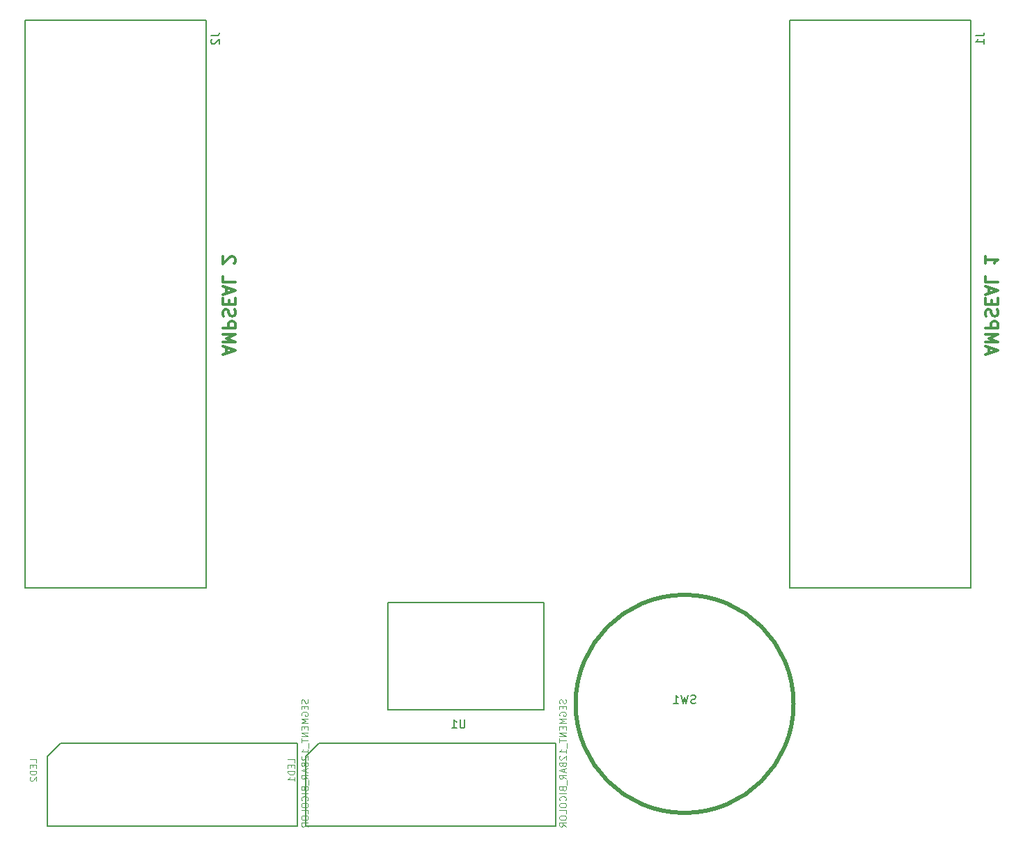
<source format=gbr>
G04 #@! TF.FileFunction,Legend,Bot*
%FSLAX46Y46*%
G04 Gerber Fmt 4.6, Leading zero omitted, Abs format (unit mm)*
G04 Created by KiCad (PCBNEW 4.0.7) date 05/11/18 03:08:00*
%MOMM*%
%LPD*%
G01*
G04 APERTURE LIST*
%ADD10C,0.100000*%
%ADD11C,0.300000*%
%ADD12C,0.500000*%
%ADD13C,0.127000*%
%ADD14C,0.150000*%
%ADD15C,0.076200*%
G04 APERTURE END LIST*
D10*
D11*
X61980000Y-90982857D02*
X61980000Y-90268571D01*
X61551429Y-91125714D02*
X63051429Y-90625714D01*
X61551429Y-90125714D01*
X61551429Y-89625714D02*
X63051429Y-89625714D01*
X61980000Y-89125714D01*
X63051429Y-88625714D01*
X61551429Y-88625714D01*
X61551429Y-87911428D02*
X63051429Y-87911428D01*
X63051429Y-87340000D01*
X62980000Y-87197142D01*
X62908571Y-87125714D01*
X62765714Y-87054285D01*
X62551429Y-87054285D01*
X62408571Y-87125714D01*
X62337143Y-87197142D01*
X62265714Y-87340000D01*
X62265714Y-87911428D01*
X61622857Y-86482857D02*
X61551429Y-86268571D01*
X61551429Y-85911428D01*
X61622857Y-85768571D01*
X61694286Y-85697142D01*
X61837143Y-85625714D01*
X61980000Y-85625714D01*
X62122857Y-85697142D01*
X62194286Y-85768571D01*
X62265714Y-85911428D01*
X62337143Y-86197142D01*
X62408571Y-86340000D01*
X62480000Y-86411428D01*
X62622857Y-86482857D01*
X62765714Y-86482857D01*
X62908571Y-86411428D01*
X62980000Y-86340000D01*
X63051429Y-86197142D01*
X63051429Y-85840000D01*
X62980000Y-85625714D01*
X62337143Y-84982857D02*
X62337143Y-84482857D01*
X61551429Y-84268571D02*
X61551429Y-84982857D01*
X63051429Y-84982857D01*
X63051429Y-84268571D01*
X61980000Y-83697143D02*
X61980000Y-82982857D01*
X61551429Y-83840000D02*
X63051429Y-83340000D01*
X61551429Y-82840000D01*
X61551429Y-81625714D02*
X61551429Y-82340000D01*
X63051429Y-82340000D01*
X62908571Y-80054286D02*
X62980000Y-79982857D01*
X63051429Y-79840000D01*
X63051429Y-79482857D01*
X62980000Y-79340000D01*
X62908571Y-79268571D01*
X62765714Y-79197143D01*
X62622857Y-79197143D01*
X62408571Y-79268571D01*
X61551429Y-80125714D01*
X61551429Y-79197143D01*
X154690000Y-90982857D02*
X154690000Y-90268571D01*
X154261429Y-91125714D02*
X155761429Y-90625714D01*
X154261429Y-90125714D01*
X154261429Y-89625714D02*
X155761429Y-89625714D01*
X154690000Y-89125714D01*
X155761429Y-88625714D01*
X154261429Y-88625714D01*
X154261429Y-87911428D02*
X155761429Y-87911428D01*
X155761429Y-87340000D01*
X155690000Y-87197142D01*
X155618571Y-87125714D01*
X155475714Y-87054285D01*
X155261429Y-87054285D01*
X155118571Y-87125714D01*
X155047143Y-87197142D01*
X154975714Y-87340000D01*
X154975714Y-87911428D01*
X154332857Y-86482857D02*
X154261429Y-86268571D01*
X154261429Y-85911428D01*
X154332857Y-85768571D01*
X154404286Y-85697142D01*
X154547143Y-85625714D01*
X154690000Y-85625714D01*
X154832857Y-85697142D01*
X154904286Y-85768571D01*
X154975714Y-85911428D01*
X155047143Y-86197142D01*
X155118571Y-86340000D01*
X155190000Y-86411428D01*
X155332857Y-86482857D01*
X155475714Y-86482857D01*
X155618571Y-86411428D01*
X155690000Y-86340000D01*
X155761429Y-86197142D01*
X155761429Y-85840000D01*
X155690000Y-85625714D01*
X155047143Y-84982857D02*
X155047143Y-84482857D01*
X154261429Y-84268571D02*
X154261429Y-84982857D01*
X155761429Y-84982857D01*
X155761429Y-84268571D01*
X154690000Y-83697143D02*
X154690000Y-82982857D01*
X154261429Y-83840000D02*
X155761429Y-83340000D01*
X154261429Y-82840000D01*
X154261429Y-81625714D02*
X154261429Y-82340000D01*
X155761429Y-82340000D01*
X154261429Y-79197143D02*
X154261429Y-80054286D01*
X154261429Y-79625714D02*
X155761429Y-79625714D01*
X155547143Y-79768571D01*
X155404286Y-79911429D01*
X155332857Y-80054286D01*
D12*
X130944000Y-133572000D02*
G75*
G03X130944000Y-133572000I-13250000J0D01*
G01*
D13*
X102019100Y-138351300D02*
X102019100Y-148450340D01*
X102019100Y-148450340D02*
X71620380Y-148450340D01*
X71620380Y-148450340D02*
X71620380Y-139997220D01*
X71620380Y-139997220D02*
X73245980Y-138351300D01*
X73245980Y-138351300D02*
X102019100Y-138351300D01*
X70630160Y-138351300D02*
X70630160Y-148450340D01*
X70630160Y-148450340D02*
X40231440Y-148450340D01*
X40231440Y-148450340D02*
X40231440Y-139997220D01*
X40231440Y-139997220D02*
X41857040Y-138351300D01*
X41857040Y-138351300D02*
X70630160Y-138351300D01*
D14*
X37500000Y-50500000D02*
X37500000Y-119500000D01*
X37500000Y-119500000D02*
X59500000Y-119500000D01*
X59500000Y-119500000D02*
X59500000Y-50500000D01*
X59500000Y-50500000D02*
X37500000Y-50500000D01*
X81580000Y-134252000D02*
X81580000Y-132252000D01*
X100580000Y-134252000D02*
X81580000Y-134252000D01*
X100580000Y-121252000D02*
X100580000Y-134252000D01*
X81580000Y-121252000D02*
X100580000Y-121252000D01*
X81580000Y-132252000D02*
X81580000Y-121252000D01*
X130500000Y-50500000D02*
X130500000Y-119500000D01*
X130500000Y-119500000D02*
X152500000Y-119500000D01*
X152500000Y-119500000D02*
X152500000Y-50500000D01*
X152500000Y-50500000D02*
X130500000Y-50500000D01*
X119027333Y-133476762D02*
X118884476Y-133524381D01*
X118646380Y-133524381D01*
X118551142Y-133476762D01*
X118503523Y-133429143D01*
X118455904Y-133333905D01*
X118455904Y-133238667D01*
X118503523Y-133143429D01*
X118551142Y-133095810D01*
X118646380Y-133048190D01*
X118836857Y-133000571D01*
X118932095Y-132952952D01*
X118979714Y-132905333D01*
X119027333Y-132810095D01*
X119027333Y-132714857D01*
X118979714Y-132619619D01*
X118932095Y-132572000D01*
X118836857Y-132524381D01*
X118598761Y-132524381D01*
X118455904Y-132572000D01*
X118122571Y-132524381D02*
X117884476Y-133524381D01*
X117693999Y-132810095D01*
X117503523Y-133524381D01*
X117265428Y-132524381D01*
X116360666Y-133524381D02*
X116932095Y-133524381D01*
X116646381Y-133524381D02*
X116646381Y-132524381D01*
X116741619Y-132667238D01*
X116836857Y-132762476D01*
X116932095Y-132810095D01*
D15*
X70271035Y-140713258D02*
X70271035Y-140326211D01*
X69458235Y-140326211D01*
X69845283Y-140984192D02*
X69845283Y-141255125D01*
X70271035Y-141371239D02*
X70271035Y-140984192D01*
X69458235Y-140984192D01*
X69458235Y-141371239D01*
X70271035Y-141719582D02*
X69458235Y-141719582D01*
X69458235Y-141913106D01*
X69496940Y-142029220D01*
X69574350Y-142106629D01*
X69651759Y-142145334D01*
X69806578Y-142184039D01*
X69922692Y-142184039D01*
X70077511Y-142145334D01*
X70154921Y-142106629D01*
X70232330Y-142029220D01*
X70271035Y-141913106D01*
X70271035Y-141719582D01*
X70271035Y-142958134D02*
X70271035Y-142493677D01*
X70271035Y-142725906D02*
X69458235Y-142725906D01*
X69574350Y-142648496D01*
X69651759Y-142571087D01*
X69690464Y-142493677D01*
X103252330Y-133037621D02*
X103291035Y-133153735D01*
X103291035Y-133347259D01*
X103252330Y-133424669D01*
X103213626Y-133463373D01*
X103136216Y-133502078D01*
X103058807Y-133502078D01*
X102981397Y-133463373D01*
X102942692Y-133424669D01*
X102903988Y-133347259D01*
X102865283Y-133192440D01*
X102826578Y-133115031D01*
X102787873Y-133076326D01*
X102710464Y-133037621D01*
X102633054Y-133037621D01*
X102555645Y-133076326D01*
X102516940Y-133115031D01*
X102478235Y-133192440D01*
X102478235Y-133385964D01*
X102516940Y-133502078D01*
X102865283Y-133850421D02*
X102865283Y-134121354D01*
X103291035Y-134237468D02*
X103291035Y-133850421D01*
X102478235Y-133850421D01*
X102478235Y-134237468D01*
X102516940Y-135011563D02*
X102478235Y-134934154D01*
X102478235Y-134818039D01*
X102516940Y-134701925D01*
X102594350Y-134624516D01*
X102671759Y-134585811D01*
X102826578Y-134547106D01*
X102942692Y-134547106D01*
X103097511Y-134585811D01*
X103174921Y-134624516D01*
X103252330Y-134701925D01*
X103291035Y-134818039D01*
X103291035Y-134895449D01*
X103252330Y-135011563D01*
X103213626Y-135050268D01*
X102942692Y-135050268D01*
X102942692Y-134895449D01*
X103291035Y-135398611D02*
X102478235Y-135398611D01*
X103058807Y-135669544D01*
X102478235Y-135940477D01*
X103291035Y-135940477D01*
X102865283Y-136327525D02*
X102865283Y-136598458D01*
X103291035Y-136714572D02*
X103291035Y-136327525D01*
X102478235Y-136327525D01*
X102478235Y-136714572D01*
X103291035Y-137062915D02*
X102478235Y-137062915D01*
X103291035Y-137527372D01*
X102478235Y-137527372D01*
X102478235Y-137798306D02*
X102478235Y-138262763D01*
X103291035Y-138030534D02*
X102478235Y-138030534D01*
X103368445Y-138340172D02*
X103368445Y-138959448D01*
X103291035Y-139578724D02*
X103291035Y-139114267D01*
X103291035Y-139346496D02*
X102478235Y-139346496D01*
X102594350Y-139269086D01*
X102671759Y-139191677D01*
X102710464Y-139114267D01*
X102555645Y-139888362D02*
X102516940Y-139927067D01*
X102478235Y-140004476D01*
X102478235Y-140198000D01*
X102516940Y-140275410D01*
X102555645Y-140314114D01*
X102633054Y-140352819D01*
X102710464Y-140352819D01*
X102826578Y-140314114D01*
X103291035Y-139849657D01*
X103291035Y-140352819D01*
X102865283Y-140972095D02*
X102903988Y-141088209D01*
X102942692Y-141126914D01*
X103020102Y-141165619D01*
X103136216Y-141165619D01*
X103213626Y-141126914D01*
X103252330Y-141088209D01*
X103291035Y-141010800D01*
X103291035Y-140701162D01*
X102478235Y-140701162D01*
X102478235Y-140972095D01*
X102516940Y-141049505D01*
X102555645Y-141088209D01*
X102633054Y-141126914D01*
X102710464Y-141126914D01*
X102787873Y-141088209D01*
X102826578Y-141049505D01*
X102865283Y-140972095D01*
X102865283Y-140701162D01*
X103058807Y-141475257D02*
X103058807Y-141862305D01*
X103291035Y-141397848D02*
X102478235Y-141668781D01*
X103291035Y-141939714D01*
X103291035Y-142675105D02*
X102903988Y-142404172D01*
X103291035Y-142210648D02*
X102478235Y-142210648D01*
X102478235Y-142520286D01*
X102516940Y-142597695D01*
X102555645Y-142636400D01*
X102633054Y-142675105D01*
X102749169Y-142675105D01*
X102826578Y-142636400D01*
X102865283Y-142597695D01*
X102903988Y-142520286D01*
X102903988Y-142210648D01*
X103368445Y-142829924D02*
X103368445Y-143449200D01*
X102865283Y-143913657D02*
X102903988Y-144029771D01*
X102942692Y-144068476D01*
X103020102Y-144107181D01*
X103136216Y-144107181D01*
X103213626Y-144068476D01*
X103252330Y-144029771D01*
X103291035Y-143952362D01*
X103291035Y-143642724D01*
X102478235Y-143642724D01*
X102478235Y-143913657D01*
X102516940Y-143991067D01*
X102555645Y-144029771D01*
X102633054Y-144068476D01*
X102710464Y-144068476D01*
X102787873Y-144029771D01*
X102826578Y-143991067D01*
X102865283Y-143913657D01*
X102865283Y-143642724D01*
X103291035Y-144455524D02*
X102478235Y-144455524D01*
X103213626Y-145307029D02*
X103252330Y-145268324D01*
X103291035Y-145152210D01*
X103291035Y-145074800D01*
X103252330Y-144958686D01*
X103174921Y-144881277D01*
X103097511Y-144842572D01*
X102942692Y-144803867D01*
X102826578Y-144803867D01*
X102671759Y-144842572D01*
X102594350Y-144881277D01*
X102516940Y-144958686D01*
X102478235Y-145074800D01*
X102478235Y-145152210D01*
X102516940Y-145268324D01*
X102555645Y-145307029D01*
X102478235Y-145810191D02*
X102478235Y-145965010D01*
X102516940Y-146042419D01*
X102594350Y-146119829D01*
X102749169Y-146158534D01*
X103020102Y-146158534D01*
X103174921Y-146119829D01*
X103252330Y-146042419D01*
X103291035Y-145965010D01*
X103291035Y-145810191D01*
X103252330Y-145732781D01*
X103174921Y-145655372D01*
X103020102Y-145616667D01*
X102749169Y-145616667D01*
X102594350Y-145655372D01*
X102516940Y-145732781D01*
X102478235Y-145810191D01*
X103291035Y-146893924D02*
X103291035Y-146506877D01*
X102478235Y-146506877D01*
X102478235Y-147319677D02*
X102478235Y-147474496D01*
X102516940Y-147551905D01*
X102594350Y-147629315D01*
X102749169Y-147668020D01*
X103020102Y-147668020D01*
X103174921Y-147629315D01*
X103252330Y-147551905D01*
X103291035Y-147474496D01*
X103291035Y-147319677D01*
X103252330Y-147242267D01*
X103174921Y-147164858D01*
X103020102Y-147126153D01*
X102749169Y-147126153D01*
X102594350Y-147164858D01*
X102516940Y-147242267D01*
X102478235Y-147319677D01*
X103291035Y-148480820D02*
X102903988Y-148209887D01*
X103291035Y-148016363D02*
X102478235Y-148016363D01*
X102478235Y-148326001D01*
X102516940Y-148403410D01*
X102555645Y-148442115D01*
X102633054Y-148480820D01*
X102749169Y-148480820D01*
X102826578Y-148442115D01*
X102865283Y-148403410D01*
X102903988Y-148326001D01*
X102903988Y-148016363D01*
X38882095Y-140713258D02*
X38882095Y-140326211D01*
X38069295Y-140326211D01*
X38456343Y-140984192D02*
X38456343Y-141255125D01*
X38882095Y-141371239D02*
X38882095Y-140984192D01*
X38069295Y-140984192D01*
X38069295Y-141371239D01*
X38882095Y-141719582D02*
X38069295Y-141719582D01*
X38069295Y-141913106D01*
X38108000Y-142029220D01*
X38185410Y-142106629D01*
X38262819Y-142145334D01*
X38417638Y-142184039D01*
X38533752Y-142184039D01*
X38688571Y-142145334D01*
X38765981Y-142106629D01*
X38843390Y-142029220D01*
X38882095Y-141913106D01*
X38882095Y-141719582D01*
X38146705Y-142493677D02*
X38108000Y-142532382D01*
X38069295Y-142609791D01*
X38069295Y-142803315D01*
X38108000Y-142880725D01*
X38146705Y-142919429D01*
X38224114Y-142958134D01*
X38301524Y-142958134D01*
X38417638Y-142919429D01*
X38882095Y-142454972D01*
X38882095Y-142958134D01*
X71863390Y-133037621D02*
X71902095Y-133153735D01*
X71902095Y-133347259D01*
X71863390Y-133424669D01*
X71824686Y-133463373D01*
X71747276Y-133502078D01*
X71669867Y-133502078D01*
X71592457Y-133463373D01*
X71553752Y-133424669D01*
X71515048Y-133347259D01*
X71476343Y-133192440D01*
X71437638Y-133115031D01*
X71398933Y-133076326D01*
X71321524Y-133037621D01*
X71244114Y-133037621D01*
X71166705Y-133076326D01*
X71128000Y-133115031D01*
X71089295Y-133192440D01*
X71089295Y-133385964D01*
X71128000Y-133502078D01*
X71476343Y-133850421D02*
X71476343Y-134121354D01*
X71902095Y-134237468D02*
X71902095Y-133850421D01*
X71089295Y-133850421D01*
X71089295Y-134237468D01*
X71128000Y-135011563D02*
X71089295Y-134934154D01*
X71089295Y-134818039D01*
X71128000Y-134701925D01*
X71205410Y-134624516D01*
X71282819Y-134585811D01*
X71437638Y-134547106D01*
X71553752Y-134547106D01*
X71708571Y-134585811D01*
X71785981Y-134624516D01*
X71863390Y-134701925D01*
X71902095Y-134818039D01*
X71902095Y-134895449D01*
X71863390Y-135011563D01*
X71824686Y-135050268D01*
X71553752Y-135050268D01*
X71553752Y-134895449D01*
X71902095Y-135398611D02*
X71089295Y-135398611D01*
X71669867Y-135669544D01*
X71089295Y-135940477D01*
X71902095Y-135940477D01*
X71476343Y-136327525D02*
X71476343Y-136598458D01*
X71902095Y-136714572D02*
X71902095Y-136327525D01*
X71089295Y-136327525D01*
X71089295Y-136714572D01*
X71902095Y-137062915D02*
X71089295Y-137062915D01*
X71902095Y-137527372D01*
X71089295Y-137527372D01*
X71089295Y-137798306D02*
X71089295Y-138262763D01*
X71902095Y-138030534D02*
X71089295Y-138030534D01*
X71979505Y-138340172D02*
X71979505Y-138959448D01*
X71902095Y-139578724D02*
X71902095Y-139114267D01*
X71902095Y-139346496D02*
X71089295Y-139346496D01*
X71205410Y-139269086D01*
X71282819Y-139191677D01*
X71321524Y-139114267D01*
X71166705Y-139888362D02*
X71128000Y-139927067D01*
X71089295Y-140004476D01*
X71089295Y-140198000D01*
X71128000Y-140275410D01*
X71166705Y-140314114D01*
X71244114Y-140352819D01*
X71321524Y-140352819D01*
X71437638Y-140314114D01*
X71902095Y-139849657D01*
X71902095Y-140352819D01*
X71476343Y-140972095D02*
X71515048Y-141088209D01*
X71553752Y-141126914D01*
X71631162Y-141165619D01*
X71747276Y-141165619D01*
X71824686Y-141126914D01*
X71863390Y-141088209D01*
X71902095Y-141010800D01*
X71902095Y-140701162D01*
X71089295Y-140701162D01*
X71089295Y-140972095D01*
X71128000Y-141049505D01*
X71166705Y-141088209D01*
X71244114Y-141126914D01*
X71321524Y-141126914D01*
X71398933Y-141088209D01*
X71437638Y-141049505D01*
X71476343Y-140972095D01*
X71476343Y-140701162D01*
X71669867Y-141475257D02*
X71669867Y-141862305D01*
X71902095Y-141397848D02*
X71089295Y-141668781D01*
X71902095Y-141939714D01*
X71902095Y-142675105D02*
X71515048Y-142404172D01*
X71902095Y-142210648D02*
X71089295Y-142210648D01*
X71089295Y-142520286D01*
X71128000Y-142597695D01*
X71166705Y-142636400D01*
X71244114Y-142675105D01*
X71360229Y-142675105D01*
X71437638Y-142636400D01*
X71476343Y-142597695D01*
X71515048Y-142520286D01*
X71515048Y-142210648D01*
X71979505Y-142829924D02*
X71979505Y-143449200D01*
X71476343Y-143913657D02*
X71515048Y-144029771D01*
X71553752Y-144068476D01*
X71631162Y-144107181D01*
X71747276Y-144107181D01*
X71824686Y-144068476D01*
X71863390Y-144029771D01*
X71902095Y-143952362D01*
X71902095Y-143642724D01*
X71089295Y-143642724D01*
X71089295Y-143913657D01*
X71128000Y-143991067D01*
X71166705Y-144029771D01*
X71244114Y-144068476D01*
X71321524Y-144068476D01*
X71398933Y-144029771D01*
X71437638Y-143991067D01*
X71476343Y-143913657D01*
X71476343Y-143642724D01*
X71902095Y-144455524D02*
X71089295Y-144455524D01*
X71824686Y-145307029D02*
X71863390Y-145268324D01*
X71902095Y-145152210D01*
X71902095Y-145074800D01*
X71863390Y-144958686D01*
X71785981Y-144881277D01*
X71708571Y-144842572D01*
X71553752Y-144803867D01*
X71437638Y-144803867D01*
X71282819Y-144842572D01*
X71205410Y-144881277D01*
X71128000Y-144958686D01*
X71089295Y-145074800D01*
X71089295Y-145152210D01*
X71128000Y-145268324D01*
X71166705Y-145307029D01*
X71089295Y-145810191D02*
X71089295Y-145965010D01*
X71128000Y-146042419D01*
X71205410Y-146119829D01*
X71360229Y-146158534D01*
X71631162Y-146158534D01*
X71785981Y-146119829D01*
X71863390Y-146042419D01*
X71902095Y-145965010D01*
X71902095Y-145810191D01*
X71863390Y-145732781D01*
X71785981Y-145655372D01*
X71631162Y-145616667D01*
X71360229Y-145616667D01*
X71205410Y-145655372D01*
X71128000Y-145732781D01*
X71089295Y-145810191D01*
X71902095Y-146893924D02*
X71902095Y-146506877D01*
X71089295Y-146506877D01*
X71089295Y-147319677D02*
X71089295Y-147474496D01*
X71128000Y-147551905D01*
X71205410Y-147629315D01*
X71360229Y-147668020D01*
X71631162Y-147668020D01*
X71785981Y-147629315D01*
X71863390Y-147551905D01*
X71902095Y-147474496D01*
X71902095Y-147319677D01*
X71863390Y-147242267D01*
X71785981Y-147164858D01*
X71631162Y-147126153D01*
X71360229Y-147126153D01*
X71205410Y-147164858D01*
X71128000Y-147242267D01*
X71089295Y-147319677D01*
X71902095Y-148480820D02*
X71515048Y-148209887D01*
X71902095Y-148016363D02*
X71089295Y-148016363D01*
X71089295Y-148326001D01*
X71128000Y-148403410D01*
X71166705Y-148442115D01*
X71244114Y-148480820D01*
X71360229Y-148480820D01*
X71437638Y-148442115D01*
X71476343Y-148403410D01*
X71515048Y-148326001D01*
X71515048Y-148016363D01*
D14*
X60112381Y-52356667D02*
X60826667Y-52356667D01*
X60969524Y-52309047D01*
X61064762Y-52213809D01*
X61112381Y-52070952D01*
X61112381Y-51975714D01*
X60207619Y-52785238D02*
X60160000Y-52832857D01*
X60112381Y-52928095D01*
X60112381Y-53166191D01*
X60160000Y-53261429D01*
X60207619Y-53309048D01*
X60302857Y-53356667D01*
X60398095Y-53356667D01*
X60540952Y-53309048D01*
X61112381Y-52737619D01*
X61112381Y-53356667D01*
X90975905Y-135514381D02*
X90975905Y-136323905D01*
X90928286Y-136419143D01*
X90880667Y-136466762D01*
X90785429Y-136514381D01*
X90594952Y-136514381D01*
X90499714Y-136466762D01*
X90452095Y-136419143D01*
X90404476Y-136323905D01*
X90404476Y-135514381D01*
X89404476Y-136514381D02*
X89975905Y-136514381D01*
X89690191Y-136514381D02*
X89690191Y-135514381D01*
X89785429Y-135657238D01*
X89880667Y-135752476D01*
X89975905Y-135800095D01*
X153112381Y-52356667D02*
X153826667Y-52356667D01*
X153969524Y-52309047D01*
X154064762Y-52213809D01*
X154112381Y-52070952D01*
X154112381Y-51975714D01*
X154112381Y-53356667D02*
X154112381Y-52785238D01*
X154112381Y-53070952D02*
X153112381Y-53070952D01*
X153255238Y-52975714D01*
X153350476Y-52880476D01*
X153398095Y-52785238D01*
M02*

</source>
